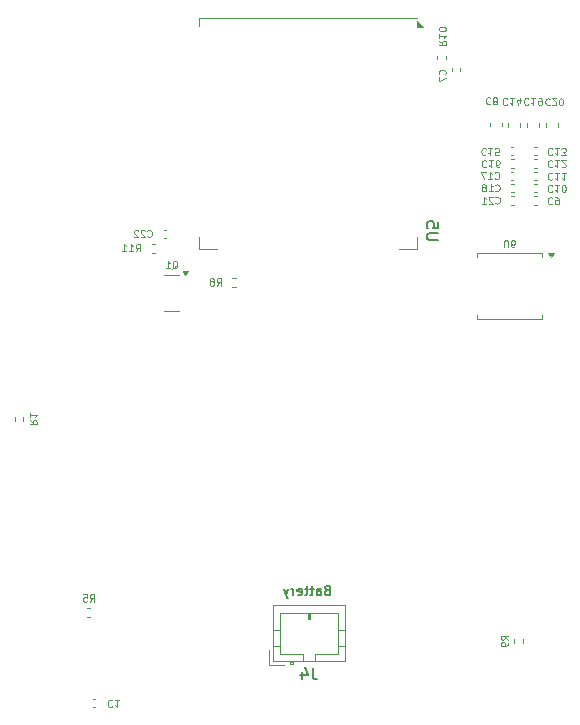
<source format=gbr>
%TF.GenerationSoftware,KiCad,Pcbnew,9.0.2*%
%TF.CreationDate,2025-06-14T23:39:35+05:30*%
%TF.ProjectId,ir hub,69722068-7562-42e6-9b69-6361645f7063,rev?*%
%TF.SameCoordinates,Original*%
%TF.FileFunction,Legend,Bot*%
%TF.FilePolarity,Positive*%
%FSLAX46Y46*%
G04 Gerber Fmt 4.6, Leading zero omitted, Abs format (unit mm)*
G04 Created by KiCad (PCBNEW 9.0.2) date 2025-06-14 23:39:35*
%MOMM*%
%LPD*%
G01*
G04 APERTURE LIST*
%ADD10C,0.160000*%
%ADD11C,0.070000*%
%ADD12C,0.150000*%
%ADD13C,0.120000*%
G04 APERTURE END LIST*
D10*
X155456103Y-99345995D02*
X155341817Y-99384090D01*
X155341817Y-99384090D02*
X155303722Y-99422186D01*
X155303722Y-99422186D02*
X155265626Y-99498376D01*
X155265626Y-99498376D02*
X155265626Y-99612662D01*
X155265626Y-99612662D02*
X155303722Y-99688852D01*
X155303722Y-99688852D02*
X155341817Y-99726948D01*
X155341817Y-99726948D02*
X155418007Y-99765043D01*
X155418007Y-99765043D02*
X155722769Y-99765043D01*
X155722769Y-99765043D02*
X155722769Y-98965043D01*
X155722769Y-98965043D02*
X155456103Y-98965043D01*
X155456103Y-98965043D02*
X155379912Y-99003138D01*
X155379912Y-99003138D02*
X155341817Y-99041233D01*
X155341817Y-99041233D02*
X155303722Y-99117424D01*
X155303722Y-99117424D02*
X155303722Y-99193614D01*
X155303722Y-99193614D02*
X155341817Y-99269805D01*
X155341817Y-99269805D02*
X155379912Y-99307900D01*
X155379912Y-99307900D02*
X155456103Y-99345995D01*
X155456103Y-99345995D02*
X155722769Y-99345995D01*
X154579912Y-99765043D02*
X154579912Y-99345995D01*
X154579912Y-99345995D02*
X154618007Y-99269805D01*
X154618007Y-99269805D02*
X154694198Y-99231709D01*
X154694198Y-99231709D02*
X154846579Y-99231709D01*
X154846579Y-99231709D02*
X154922769Y-99269805D01*
X154579912Y-99726948D02*
X154656103Y-99765043D01*
X154656103Y-99765043D02*
X154846579Y-99765043D01*
X154846579Y-99765043D02*
X154922769Y-99726948D01*
X154922769Y-99726948D02*
X154960865Y-99650757D01*
X154960865Y-99650757D02*
X154960865Y-99574567D01*
X154960865Y-99574567D02*
X154922769Y-99498376D01*
X154922769Y-99498376D02*
X154846579Y-99460281D01*
X154846579Y-99460281D02*
X154656103Y-99460281D01*
X154656103Y-99460281D02*
X154579912Y-99422186D01*
X154313245Y-99231709D02*
X154008483Y-99231709D01*
X154198959Y-98965043D02*
X154198959Y-99650757D01*
X154198959Y-99650757D02*
X154160864Y-99726948D01*
X154160864Y-99726948D02*
X154084674Y-99765043D01*
X154084674Y-99765043D02*
X154008483Y-99765043D01*
X153856102Y-99231709D02*
X153551340Y-99231709D01*
X153741816Y-98965043D02*
X153741816Y-99650757D01*
X153741816Y-99650757D02*
X153703721Y-99726948D01*
X153703721Y-99726948D02*
X153627531Y-99765043D01*
X153627531Y-99765043D02*
X153551340Y-99765043D01*
X152979911Y-99726948D02*
X153056102Y-99765043D01*
X153056102Y-99765043D02*
X153208483Y-99765043D01*
X153208483Y-99765043D02*
X153284673Y-99726948D01*
X153284673Y-99726948D02*
X153322769Y-99650757D01*
X153322769Y-99650757D02*
X153322769Y-99345995D01*
X153322769Y-99345995D02*
X153284673Y-99269805D01*
X153284673Y-99269805D02*
X153208483Y-99231709D01*
X153208483Y-99231709D02*
X153056102Y-99231709D01*
X153056102Y-99231709D02*
X152979911Y-99269805D01*
X152979911Y-99269805D02*
X152941816Y-99345995D01*
X152941816Y-99345995D02*
X152941816Y-99422186D01*
X152941816Y-99422186D02*
X153322769Y-99498376D01*
X152598959Y-99765043D02*
X152598959Y-99231709D01*
X152598959Y-99384090D02*
X152560864Y-99307900D01*
X152560864Y-99307900D02*
X152522769Y-99269805D01*
X152522769Y-99269805D02*
X152446578Y-99231709D01*
X152446578Y-99231709D02*
X152370388Y-99231709D01*
X152179912Y-99231709D02*
X151989436Y-99765043D01*
X151798959Y-99231709D02*
X151989436Y-99765043D01*
X151989436Y-99765043D02*
X152065626Y-99955519D01*
X152065626Y-99955519D02*
X152103721Y-99993614D01*
X152103721Y-99993614D02*
X152179912Y-100031709D01*
D11*
X146100412Y-73561325D02*
X146300412Y-73275611D01*
X146443269Y-73561325D02*
X146443269Y-72961325D01*
X146443269Y-72961325D02*
X146214698Y-72961325D01*
X146214698Y-72961325D02*
X146157555Y-72989896D01*
X146157555Y-72989896D02*
X146128984Y-73018468D01*
X146128984Y-73018468D02*
X146100412Y-73075611D01*
X146100412Y-73075611D02*
X146100412Y-73161325D01*
X146100412Y-73161325D02*
X146128984Y-73218468D01*
X146128984Y-73218468D02*
X146157555Y-73247039D01*
X146157555Y-73247039D02*
X146214698Y-73275611D01*
X146214698Y-73275611D02*
X146443269Y-73275611D01*
X145757555Y-73218468D02*
X145814698Y-73189896D01*
X145814698Y-73189896D02*
X145843269Y-73161325D01*
X145843269Y-73161325D02*
X145871841Y-73104182D01*
X145871841Y-73104182D02*
X145871841Y-73075611D01*
X145871841Y-73075611D02*
X145843269Y-73018468D01*
X145843269Y-73018468D02*
X145814698Y-72989896D01*
X145814698Y-72989896D02*
X145757555Y-72961325D01*
X145757555Y-72961325D02*
X145643269Y-72961325D01*
X145643269Y-72961325D02*
X145586127Y-72989896D01*
X145586127Y-72989896D02*
X145557555Y-73018468D01*
X145557555Y-73018468D02*
X145528984Y-73075611D01*
X145528984Y-73075611D02*
X145528984Y-73104182D01*
X145528984Y-73104182D02*
X145557555Y-73161325D01*
X145557555Y-73161325D02*
X145586127Y-73189896D01*
X145586127Y-73189896D02*
X145643269Y-73218468D01*
X145643269Y-73218468D02*
X145757555Y-73218468D01*
X145757555Y-73218468D02*
X145814698Y-73247039D01*
X145814698Y-73247039D02*
X145843269Y-73275611D01*
X145843269Y-73275611D02*
X145871841Y-73332754D01*
X145871841Y-73332754D02*
X145871841Y-73447039D01*
X145871841Y-73447039D02*
X145843269Y-73504182D01*
X145843269Y-73504182D02*
X145814698Y-73532754D01*
X145814698Y-73532754D02*
X145757555Y-73561325D01*
X145757555Y-73561325D02*
X145643269Y-73561325D01*
X145643269Y-73561325D02*
X145586127Y-73532754D01*
X145586127Y-73532754D02*
X145557555Y-73504182D01*
X145557555Y-73504182D02*
X145528984Y-73447039D01*
X145528984Y-73447039D02*
X145528984Y-73332754D01*
X145528984Y-73332754D02*
X145557555Y-73275611D01*
X145557555Y-73275611D02*
X145586127Y-73247039D01*
X145586127Y-73247039D02*
X145643269Y-73218468D01*
X139262435Y-70670031D02*
X139462435Y-70384317D01*
X139605292Y-70670031D02*
X139605292Y-70070031D01*
X139605292Y-70070031D02*
X139376721Y-70070031D01*
X139376721Y-70070031D02*
X139319578Y-70098602D01*
X139319578Y-70098602D02*
X139291007Y-70127174D01*
X139291007Y-70127174D02*
X139262435Y-70184317D01*
X139262435Y-70184317D02*
X139262435Y-70270031D01*
X139262435Y-70270031D02*
X139291007Y-70327174D01*
X139291007Y-70327174D02*
X139319578Y-70355745D01*
X139319578Y-70355745D02*
X139376721Y-70384317D01*
X139376721Y-70384317D02*
X139605292Y-70384317D01*
X138691007Y-70670031D02*
X139033864Y-70670031D01*
X138862435Y-70670031D02*
X138862435Y-70070031D01*
X138862435Y-70070031D02*
X138919578Y-70155745D01*
X138919578Y-70155745D02*
X138976721Y-70212888D01*
X138976721Y-70212888D02*
X139033864Y-70241460D01*
X138119578Y-70670031D02*
X138462435Y-70670031D01*
X138291006Y-70670031D02*
X138291006Y-70070031D01*
X138291006Y-70070031D02*
X138348149Y-70155745D01*
X138348149Y-70155745D02*
X138405292Y-70212888D01*
X138405292Y-70212888D02*
X138462435Y-70241460D01*
X174509151Y-66150811D02*
X174480579Y-66122240D01*
X174480579Y-66122240D02*
X174394865Y-66093668D01*
X174394865Y-66093668D02*
X174337722Y-66093668D01*
X174337722Y-66093668D02*
X174252008Y-66122240D01*
X174252008Y-66122240D02*
X174194865Y-66179382D01*
X174194865Y-66179382D02*
X174166294Y-66236525D01*
X174166294Y-66236525D02*
X174137722Y-66350811D01*
X174137722Y-66350811D02*
X174137722Y-66436525D01*
X174137722Y-66436525D02*
X174166294Y-66550811D01*
X174166294Y-66550811D02*
X174194865Y-66607954D01*
X174194865Y-66607954D02*
X174252008Y-66665097D01*
X174252008Y-66665097D02*
X174337722Y-66693668D01*
X174337722Y-66693668D02*
X174394865Y-66693668D01*
X174394865Y-66693668D02*
X174480579Y-66665097D01*
X174480579Y-66665097D02*
X174509151Y-66636525D01*
X174794865Y-66093668D02*
X174909151Y-66093668D01*
X174909151Y-66093668D02*
X174966294Y-66122240D01*
X174966294Y-66122240D02*
X174994865Y-66150811D01*
X174994865Y-66150811D02*
X175052008Y-66236525D01*
X175052008Y-66236525D02*
X175080579Y-66350811D01*
X175080579Y-66350811D02*
X175080579Y-66579382D01*
X175080579Y-66579382D02*
X175052008Y-66636525D01*
X175052008Y-66636525D02*
X175023437Y-66665097D01*
X175023437Y-66665097D02*
X174966294Y-66693668D01*
X174966294Y-66693668D02*
X174852008Y-66693668D01*
X174852008Y-66693668D02*
X174794865Y-66665097D01*
X174794865Y-66665097D02*
X174766294Y-66636525D01*
X174766294Y-66636525D02*
X174737722Y-66579382D01*
X174737722Y-66579382D02*
X174737722Y-66436525D01*
X174737722Y-66436525D02*
X174766294Y-66379382D01*
X174766294Y-66379382D02*
X174794865Y-66350811D01*
X174794865Y-66350811D02*
X174852008Y-66322240D01*
X174852008Y-66322240D02*
X174966294Y-66322240D01*
X174966294Y-66322240D02*
X175023437Y-66350811D01*
X175023437Y-66350811D02*
X175052008Y-66379382D01*
X175052008Y-66379382D02*
X175080579Y-66436525D01*
X137257327Y-108691827D02*
X137228755Y-108663256D01*
X137228755Y-108663256D02*
X137143041Y-108634684D01*
X137143041Y-108634684D02*
X137085898Y-108634684D01*
X137085898Y-108634684D02*
X137000184Y-108663256D01*
X137000184Y-108663256D02*
X136943041Y-108720398D01*
X136943041Y-108720398D02*
X136914470Y-108777541D01*
X136914470Y-108777541D02*
X136885898Y-108891827D01*
X136885898Y-108891827D02*
X136885898Y-108977541D01*
X136885898Y-108977541D02*
X136914470Y-109091827D01*
X136914470Y-109091827D02*
X136943041Y-109148970D01*
X136943041Y-109148970D02*
X137000184Y-109206113D01*
X137000184Y-109206113D02*
X137085898Y-109234684D01*
X137085898Y-109234684D02*
X137143041Y-109234684D01*
X137143041Y-109234684D02*
X137228755Y-109206113D01*
X137228755Y-109206113D02*
X137257327Y-109177541D01*
X137828755Y-108634684D02*
X137485898Y-108634684D01*
X137657327Y-108634684D02*
X137657327Y-109234684D01*
X137657327Y-109234684D02*
X137600184Y-109148970D01*
X137600184Y-109148970D02*
X137543041Y-109091827D01*
X137543041Y-109091827D02*
X137485898Y-109063256D01*
X142360042Y-72124974D02*
X142417185Y-72096402D01*
X142417185Y-72096402D02*
X142474328Y-72039260D01*
X142474328Y-72039260D02*
X142560042Y-71953545D01*
X142560042Y-71953545D02*
X142617185Y-71924974D01*
X142617185Y-71924974D02*
X142674328Y-71924974D01*
X142645757Y-72067831D02*
X142702900Y-72039260D01*
X142702900Y-72039260D02*
X142760042Y-71982117D01*
X142760042Y-71982117D02*
X142788614Y-71867831D01*
X142788614Y-71867831D02*
X142788614Y-71667831D01*
X142788614Y-71667831D02*
X142760042Y-71553545D01*
X142760042Y-71553545D02*
X142702900Y-71496402D01*
X142702900Y-71496402D02*
X142645757Y-71467831D01*
X142645757Y-71467831D02*
X142531471Y-71467831D01*
X142531471Y-71467831D02*
X142474328Y-71496402D01*
X142474328Y-71496402D02*
X142417185Y-71553545D01*
X142417185Y-71553545D02*
X142388614Y-71667831D01*
X142388614Y-71667831D02*
X142388614Y-71867831D01*
X142388614Y-71867831D02*
X142417185Y-71982117D01*
X142417185Y-71982117D02*
X142474328Y-72039260D01*
X142474328Y-72039260D02*
X142531471Y-72067831D01*
X142531471Y-72067831D02*
X142645757Y-72067831D01*
X141817186Y-72067831D02*
X142160043Y-72067831D01*
X141988614Y-72067831D02*
X141988614Y-71467831D01*
X141988614Y-71467831D02*
X142045757Y-71553545D01*
X142045757Y-71553545D02*
X142102900Y-71610688D01*
X142102900Y-71610688D02*
X142160043Y-71639260D01*
X174297581Y-57770257D02*
X174269009Y-57741686D01*
X174269009Y-57741686D02*
X174183295Y-57713114D01*
X174183295Y-57713114D02*
X174126152Y-57713114D01*
X174126152Y-57713114D02*
X174040438Y-57741686D01*
X174040438Y-57741686D02*
X173983295Y-57798828D01*
X173983295Y-57798828D02*
X173954724Y-57855971D01*
X173954724Y-57855971D02*
X173926152Y-57970257D01*
X173926152Y-57970257D02*
X173926152Y-58055971D01*
X173926152Y-58055971D02*
X173954724Y-58170257D01*
X173954724Y-58170257D02*
X173983295Y-58227400D01*
X173983295Y-58227400D02*
X174040438Y-58284543D01*
X174040438Y-58284543D02*
X174126152Y-58313114D01*
X174126152Y-58313114D02*
X174183295Y-58313114D01*
X174183295Y-58313114D02*
X174269009Y-58284543D01*
X174269009Y-58284543D02*
X174297581Y-58255971D01*
X174526152Y-58255971D02*
X174554724Y-58284543D01*
X174554724Y-58284543D02*
X174611867Y-58313114D01*
X174611867Y-58313114D02*
X174754724Y-58313114D01*
X174754724Y-58313114D02*
X174811867Y-58284543D01*
X174811867Y-58284543D02*
X174840438Y-58255971D01*
X174840438Y-58255971D02*
X174869009Y-58198828D01*
X174869009Y-58198828D02*
X174869009Y-58141686D01*
X174869009Y-58141686D02*
X174840438Y-58055971D01*
X174840438Y-58055971D02*
X174497581Y-57713114D01*
X174497581Y-57713114D02*
X174869009Y-57713114D01*
X175240438Y-58313114D02*
X175297581Y-58313114D01*
X175297581Y-58313114D02*
X175354724Y-58284543D01*
X175354724Y-58284543D02*
X175383296Y-58255971D01*
X175383296Y-58255971D02*
X175411867Y-58198828D01*
X175411867Y-58198828D02*
X175440438Y-58084543D01*
X175440438Y-58084543D02*
X175440438Y-57941686D01*
X175440438Y-57941686D02*
X175411867Y-57827400D01*
X175411867Y-57827400D02*
X175383296Y-57770257D01*
X175383296Y-57770257D02*
X175354724Y-57741686D01*
X175354724Y-57741686D02*
X175297581Y-57713114D01*
X175297581Y-57713114D02*
X175240438Y-57713114D01*
X175240438Y-57713114D02*
X175183296Y-57741686D01*
X175183296Y-57741686D02*
X175154724Y-57770257D01*
X175154724Y-57770257D02*
X175126153Y-57827400D01*
X175126153Y-57827400D02*
X175097581Y-57941686D01*
X175097581Y-57941686D02*
X175097581Y-58084543D01*
X175097581Y-58084543D02*
X175126153Y-58198828D01*
X175126153Y-58198828D02*
X175154724Y-58255971D01*
X175154724Y-58255971D02*
X175183296Y-58284543D01*
X175183296Y-58284543D02*
X175240438Y-58313114D01*
X135371299Y-100318231D02*
X135571299Y-100032517D01*
X135714156Y-100318231D02*
X135714156Y-99718231D01*
X135714156Y-99718231D02*
X135485585Y-99718231D01*
X135485585Y-99718231D02*
X135428442Y-99746802D01*
X135428442Y-99746802D02*
X135399871Y-99775374D01*
X135399871Y-99775374D02*
X135371299Y-99832517D01*
X135371299Y-99832517D02*
X135371299Y-99918231D01*
X135371299Y-99918231D02*
X135399871Y-99975374D01*
X135399871Y-99975374D02*
X135428442Y-100003945D01*
X135428442Y-100003945D02*
X135485585Y-100032517D01*
X135485585Y-100032517D02*
X135714156Y-100032517D01*
X134828442Y-99718231D02*
X135114156Y-99718231D01*
X135114156Y-99718231D02*
X135142728Y-100003945D01*
X135142728Y-100003945D02*
X135114156Y-99975374D01*
X135114156Y-99975374D02*
X135057014Y-99946802D01*
X135057014Y-99946802D02*
X134914156Y-99946802D01*
X134914156Y-99946802D02*
X134857014Y-99975374D01*
X134857014Y-99975374D02*
X134828442Y-100003945D01*
X134828442Y-100003945D02*
X134799871Y-100061088D01*
X134799871Y-100061088D02*
X134799871Y-100203945D01*
X134799871Y-100203945D02*
X134828442Y-100261088D01*
X134828442Y-100261088D02*
X134857014Y-100289660D01*
X134857014Y-100289660D02*
X134914156Y-100318231D01*
X134914156Y-100318231D02*
X135057014Y-100318231D01*
X135057014Y-100318231D02*
X135114156Y-100289660D01*
X135114156Y-100289660D02*
X135142728Y-100261088D01*
X164918425Y-52822732D02*
X165204139Y-53022732D01*
X164918425Y-53165589D02*
X165518425Y-53165589D01*
X165518425Y-53165589D02*
X165518425Y-52937018D01*
X165518425Y-52937018D02*
X165489854Y-52879875D01*
X165489854Y-52879875D02*
X165461282Y-52851304D01*
X165461282Y-52851304D02*
X165404139Y-52822732D01*
X165404139Y-52822732D02*
X165318425Y-52822732D01*
X165318425Y-52822732D02*
X165261282Y-52851304D01*
X165261282Y-52851304D02*
X165232711Y-52879875D01*
X165232711Y-52879875D02*
X165204139Y-52937018D01*
X165204139Y-52937018D02*
X165204139Y-53165589D01*
X164918425Y-52251304D02*
X164918425Y-52594161D01*
X164918425Y-52422732D02*
X165518425Y-52422732D01*
X165518425Y-52422732D02*
X165432711Y-52479875D01*
X165432711Y-52479875D02*
X165375568Y-52537018D01*
X165375568Y-52537018D02*
X165346997Y-52594161D01*
X165518425Y-51879875D02*
X165518425Y-51822732D01*
X165518425Y-51822732D02*
X165489854Y-51765589D01*
X165489854Y-51765589D02*
X165461282Y-51737018D01*
X165461282Y-51737018D02*
X165404139Y-51708446D01*
X165404139Y-51708446D02*
X165289854Y-51679875D01*
X165289854Y-51679875D02*
X165146997Y-51679875D01*
X165146997Y-51679875D02*
X165032711Y-51708446D01*
X165032711Y-51708446D02*
X164975568Y-51737018D01*
X164975568Y-51737018D02*
X164946997Y-51765589D01*
X164946997Y-51765589D02*
X164918425Y-51822732D01*
X164918425Y-51822732D02*
X164918425Y-51879875D01*
X164918425Y-51879875D02*
X164946997Y-51937018D01*
X164946997Y-51937018D02*
X164975568Y-51965589D01*
X164975568Y-51965589D02*
X165032711Y-51994160D01*
X165032711Y-51994160D02*
X165146997Y-52022732D01*
X165146997Y-52022732D02*
X165289854Y-52022732D01*
X165289854Y-52022732D02*
X165404139Y-51994160D01*
X165404139Y-51994160D02*
X165461282Y-51965589D01*
X165461282Y-51965589D02*
X165489854Y-51937018D01*
X165489854Y-51937018D02*
X165518425Y-51879875D01*
X140249501Y-69403616D02*
X140278073Y-69432188D01*
X140278073Y-69432188D02*
X140363787Y-69460759D01*
X140363787Y-69460759D02*
X140420930Y-69460759D01*
X140420930Y-69460759D02*
X140506644Y-69432188D01*
X140506644Y-69432188D02*
X140563787Y-69375045D01*
X140563787Y-69375045D02*
X140592358Y-69317902D01*
X140592358Y-69317902D02*
X140620930Y-69203616D01*
X140620930Y-69203616D02*
X140620930Y-69117902D01*
X140620930Y-69117902D02*
X140592358Y-69003616D01*
X140592358Y-69003616D02*
X140563787Y-68946473D01*
X140563787Y-68946473D02*
X140506644Y-68889330D01*
X140506644Y-68889330D02*
X140420930Y-68860759D01*
X140420930Y-68860759D02*
X140363787Y-68860759D01*
X140363787Y-68860759D02*
X140278073Y-68889330D01*
X140278073Y-68889330D02*
X140249501Y-68917902D01*
X140020930Y-68917902D02*
X139992358Y-68889330D01*
X139992358Y-68889330D02*
X139935216Y-68860759D01*
X139935216Y-68860759D02*
X139792358Y-68860759D01*
X139792358Y-68860759D02*
X139735216Y-68889330D01*
X139735216Y-68889330D02*
X139706644Y-68917902D01*
X139706644Y-68917902D02*
X139678073Y-68975045D01*
X139678073Y-68975045D02*
X139678073Y-69032188D01*
X139678073Y-69032188D02*
X139706644Y-69117902D01*
X139706644Y-69117902D02*
X140049501Y-69460759D01*
X140049501Y-69460759D02*
X139678073Y-69460759D01*
X139449501Y-68917902D02*
X139420929Y-68889330D01*
X139420929Y-68889330D02*
X139363787Y-68860759D01*
X139363787Y-68860759D02*
X139220929Y-68860759D01*
X139220929Y-68860759D02*
X139163787Y-68889330D01*
X139163787Y-68889330D02*
X139135215Y-68917902D01*
X139135215Y-68917902D02*
X139106644Y-68975045D01*
X139106644Y-68975045D02*
X139106644Y-69032188D01*
X139106644Y-69032188D02*
X139135215Y-69117902D01*
X139135215Y-69117902D02*
X139478072Y-69460759D01*
X139478072Y-69460759D02*
X139106644Y-69460759D01*
X169713354Y-66583688D02*
X169741926Y-66612260D01*
X169741926Y-66612260D02*
X169827640Y-66640831D01*
X169827640Y-66640831D02*
X169884783Y-66640831D01*
X169884783Y-66640831D02*
X169970497Y-66612260D01*
X169970497Y-66612260D02*
X170027640Y-66555117D01*
X170027640Y-66555117D02*
X170056211Y-66497974D01*
X170056211Y-66497974D02*
X170084783Y-66383688D01*
X170084783Y-66383688D02*
X170084783Y-66297974D01*
X170084783Y-66297974D02*
X170056211Y-66183688D01*
X170056211Y-66183688D02*
X170027640Y-66126545D01*
X170027640Y-66126545D02*
X169970497Y-66069402D01*
X169970497Y-66069402D02*
X169884783Y-66040831D01*
X169884783Y-66040831D02*
X169827640Y-66040831D01*
X169827640Y-66040831D02*
X169741926Y-66069402D01*
X169741926Y-66069402D02*
X169713354Y-66097974D01*
X169484783Y-66097974D02*
X169456211Y-66069402D01*
X169456211Y-66069402D02*
X169399069Y-66040831D01*
X169399069Y-66040831D02*
X169256211Y-66040831D01*
X169256211Y-66040831D02*
X169199069Y-66069402D01*
X169199069Y-66069402D02*
X169170497Y-66097974D01*
X169170497Y-66097974D02*
X169141926Y-66155117D01*
X169141926Y-66155117D02*
X169141926Y-66212260D01*
X169141926Y-66212260D02*
X169170497Y-66297974D01*
X169170497Y-66297974D02*
X169513354Y-66640831D01*
X169513354Y-66640831D02*
X169141926Y-66640831D01*
X168570497Y-66640831D02*
X168913354Y-66640831D01*
X168741925Y-66640831D02*
X168741925Y-66040831D01*
X168741925Y-66040831D02*
X168799068Y-66126545D01*
X168799068Y-66126545D02*
X168856211Y-66183688D01*
X168856211Y-66183688D02*
X168913354Y-66212260D01*
X168920752Y-63009711D02*
X168892180Y-62981140D01*
X168892180Y-62981140D02*
X168806466Y-62952568D01*
X168806466Y-62952568D02*
X168749323Y-62952568D01*
X168749323Y-62952568D02*
X168663609Y-62981140D01*
X168663609Y-62981140D02*
X168606466Y-63038282D01*
X168606466Y-63038282D02*
X168577895Y-63095425D01*
X168577895Y-63095425D02*
X168549323Y-63209711D01*
X168549323Y-63209711D02*
X168549323Y-63295425D01*
X168549323Y-63295425D02*
X168577895Y-63409711D01*
X168577895Y-63409711D02*
X168606466Y-63466854D01*
X168606466Y-63466854D02*
X168663609Y-63523997D01*
X168663609Y-63523997D02*
X168749323Y-63552568D01*
X168749323Y-63552568D02*
X168806466Y-63552568D01*
X168806466Y-63552568D02*
X168892180Y-63523997D01*
X168892180Y-63523997D02*
X168920752Y-63495425D01*
X169492180Y-62952568D02*
X169149323Y-62952568D01*
X169320752Y-62952568D02*
X169320752Y-63552568D01*
X169320752Y-63552568D02*
X169263609Y-63466854D01*
X169263609Y-63466854D02*
X169206466Y-63409711D01*
X169206466Y-63409711D02*
X169149323Y-63381140D01*
X170006467Y-63552568D02*
X169892181Y-63552568D01*
X169892181Y-63552568D02*
X169835038Y-63523997D01*
X169835038Y-63523997D02*
X169806467Y-63495425D01*
X169806467Y-63495425D02*
X169749324Y-63409711D01*
X169749324Y-63409711D02*
X169720752Y-63295425D01*
X169720752Y-63295425D02*
X169720752Y-63066854D01*
X169720752Y-63066854D02*
X169749324Y-63009711D01*
X169749324Y-63009711D02*
X169777895Y-62981140D01*
X169777895Y-62981140D02*
X169835038Y-62952568D01*
X169835038Y-62952568D02*
X169949324Y-62952568D01*
X169949324Y-62952568D02*
X170006467Y-62981140D01*
X170006467Y-62981140D02*
X170035038Y-63009711D01*
X170035038Y-63009711D02*
X170063609Y-63066854D01*
X170063609Y-63066854D02*
X170063609Y-63209711D01*
X170063609Y-63209711D02*
X170035038Y-63266854D01*
X170035038Y-63266854D02*
X170006467Y-63295425D01*
X170006467Y-63295425D02*
X169949324Y-63323997D01*
X169949324Y-63323997D02*
X169835038Y-63323997D01*
X169835038Y-63323997D02*
X169777895Y-63295425D01*
X169777895Y-63295425D02*
X169749324Y-63266854D01*
X169749324Y-63266854D02*
X169720752Y-63209711D01*
X174509613Y-64055111D02*
X174481041Y-64026540D01*
X174481041Y-64026540D02*
X174395327Y-63997968D01*
X174395327Y-63997968D02*
X174338184Y-63997968D01*
X174338184Y-63997968D02*
X174252470Y-64026540D01*
X174252470Y-64026540D02*
X174195327Y-64083682D01*
X174195327Y-64083682D02*
X174166756Y-64140825D01*
X174166756Y-64140825D02*
X174138184Y-64255111D01*
X174138184Y-64255111D02*
X174138184Y-64340825D01*
X174138184Y-64340825D02*
X174166756Y-64455111D01*
X174166756Y-64455111D02*
X174195327Y-64512254D01*
X174195327Y-64512254D02*
X174252470Y-64569397D01*
X174252470Y-64569397D02*
X174338184Y-64597968D01*
X174338184Y-64597968D02*
X174395327Y-64597968D01*
X174395327Y-64597968D02*
X174481041Y-64569397D01*
X174481041Y-64569397D02*
X174509613Y-64540825D01*
X175081041Y-63997968D02*
X174738184Y-63997968D01*
X174909613Y-63997968D02*
X174909613Y-64597968D01*
X174909613Y-64597968D02*
X174852470Y-64512254D01*
X174852470Y-64512254D02*
X174795327Y-64455111D01*
X174795327Y-64455111D02*
X174738184Y-64426540D01*
X175652470Y-63997968D02*
X175309613Y-63997968D01*
X175481042Y-63997968D02*
X175481042Y-64597968D01*
X175481042Y-64597968D02*
X175423899Y-64512254D01*
X175423899Y-64512254D02*
X175366756Y-64455111D01*
X175366756Y-64455111D02*
X175309613Y-64426540D01*
X170771531Y-103534800D02*
X170485817Y-103334800D01*
X170771531Y-103191943D02*
X170171531Y-103191943D01*
X170171531Y-103191943D02*
X170171531Y-103420514D01*
X170171531Y-103420514D02*
X170200102Y-103477657D01*
X170200102Y-103477657D02*
X170228674Y-103506228D01*
X170228674Y-103506228D02*
X170285817Y-103534800D01*
X170285817Y-103534800D02*
X170371531Y-103534800D01*
X170371531Y-103534800D02*
X170428674Y-103506228D01*
X170428674Y-103506228D02*
X170457245Y-103477657D01*
X170457245Y-103477657D02*
X170485817Y-103420514D01*
X170485817Y-103420514D02*
X170485817Y-103191943D01*
X170771531Y-103820514D02*
X170771531Y-103934800D01*
X170771531Y-103934800D02*
X170742960Y-103991943D01*
X170742960Y-103991943D02*
X170714388Y-104020514D01*
X170714388Y-104020514D02*
X170628674Y-104077657D01*
X170628674Y-104077657D02*
X170514388Y-104106228D01*
X170514388Y-104106228D02*
X170285817Y-104106228D01*
X170285817Y-104106228D02*
X170228674Y-104077657D01*
X170228674Y-104077657D02*
X170200102Y-104049086D01*
X170200102Y-104049086D02*
X170171531Y-103991943D01*
X170171531Y-103991943D02*
X170171531Y-103877657D01*
X170171531Y-103877657D02*
X170200102Y-103820514D01*
X170200102Y-103820514D02*
X170228674Y-103791943D01*
X170228674Y-103791943D02*
X170285817Y-103763371D01*
X170285817Y-103763371D02*
X170428674Y-103763371D01*
X170428674Y-103763371D02*
X170485817Y-103791943D01*
X170485817Y-103791943D02*
X170514388Y-103820514D01*
X170514388Y-103820514D02*
X170542960Y-103877657D01*
X170542960Y-103877657D02*
X170542960Y-103991943D01*
X170542960Y-103991943D02*
X170514388Y-104049086D01*
X170514388Y-104049086D02*
X170485817Y-104077657D01*
X170485817Y-104077657D02*
X170428674Y-104106228D01*
X174509425Y-61959311D02*
X174480853Y-61930740D01*
X174480853Y-61930740D02*
X174395139Y-61902168D01*
X174395139Y-61902168D02*
X174337996Y-61902168D01*
X174337996Y-61902168D02*
X174252282Y-61930740D01*
X174252282Y-61930740D02*
X174195139Y-61987882D01*
X174195139Y-61987882D02*
X174166568Y-62045025D01*
X174166568Y-62045025D02*
X174137996Y-62159311D01*
X174137996Y-62159311D02*
X174137996Y-62245025D01*
X174137996Y-62245025D02*
X174166568Y-62359311D01*
X174166568Y-62359311D02*
X174195139Y-62416454D01*
X174195139Y-62416454D02*
X174252282Y-62473597D01*
X174252282Y-62473597D02*
X174337996Y-62502168D01*
X174337996Y-62502168D02*
X174395139Y-62502168D01*
X174395139Y-62502168D02*
X174480853Y-62473597D01*
X174480853Y-62473597D02*
X174509425Y-62445025D01*
X175080853Y-61902168D02*
X174737996Y-61902168D01*
X174909425Y-61902168D02*
X174909425Y-62502168D01*
X174909425Y-62502168D02*
X174852282Y-62416454D01*
X174852282Y-62416454D02*
X174795139Y-62359311D01*
X174795139Y-62359311D02*
X174737996Y-62330740D01*
X175280854Y-62502168D02*
X175652282Y-62502168D01*
X175652282Y-62502168D02*
X175452282Y-62273597D01*
X175452282Y-62273597D02*
X175537997Y-62273597D01*
X175537997Y-62273597D02*
X175595140Y-62245025D01*
X175595140Y-62245025D02*
X175623711Y-62216454D01*
X175623711Y-62216454D02*
X175652282Y-62159311D01*
X175652282Y-62159311D02*
X175652282Y-62016454D01*
X175652282Y-62016454D02*
X175623711Y-61959311D01*
X175623711Y-61959311D02*
X175595140Y-61930740D01*
X175595140Y-61930740D02*
X175537997Y-61902168D01*
X175537997Y-61902168D02*
X175366568Y-61902168D01*
X175366568Y-61902168D02*
X175309425Y-61930740D01*
X175309425Y-61930740D02*
X175280854Y-61959311D01*
X169675651Y-64487040D02*
X169704223Y-64515612D01*
X169704223Y-64515612D02*
X169789937Y-64544183D01*
X169789937Y-64544183D02*
X169847080Y-64544183D01*
X169847080Y-64544183D02*
X169932794Y-64515612D01*
X169932794Y-64515612D02*
X169989937Y-64458469D01*
X169989937Y-64458469D02*
X170018508Y-64401326D01*
X170018508Y-64401326D02*
X170047080Y-64287040D01*
X170047080Y-64287040D02*
X170047080Y-64201326D01*
X170047080Y-64201326D02*
X170018508Y-64087040D01*
X170018508Y-64087040D02*
X169989937Y-64029897D01*
X169989937Y-64029897D02*
X169932794Y-63972754D01*
X169932794Y-63972754D02*
X169847080Y-63944183D01*
X169847080Y-63944183D02*
X169789937Y-63944183D01*
X169789937Y-63944183D02*
X169704223Y-63972754D01*
X169704223Y-63972754D02*
X169675651Y-64001326D01*
X169104223Y-64544183D02*
X169447080Y-64544183D01*
X169275651Y-64544183D02*
X169275651Y-63944183D01*
X169275651Y-63944183D02*
X169332794Y-64029897D01*
X169332794Y-64029897D02*
X169389937Y-64087040D01*
X169389937Y-64087040D02*
X169447080Y-64115612D01*
X168904222Y-63944183D02*
X168504222Y-63944183D01*
X168504222Y-63944183D02*
X168761365Y-64544183D01*
X168883458Y-61964411D02*
X168854886Y-61935840D01*
X168854886Y-61935840D02*
X168769172Y-61907268D01*
X168769172Y-61907268D02*
X168712029Y-61907268D01*
X168712029Y-61907268D02*
X168626315Y-61935840D01*
X168626315Y-61935840D02*
X168569172Y-61992982D01*
X168569172Y-61992982D02*
X168540601Y-62050125D01*
X168540601Y-62050125D02*
X168512029Y-62164411D01*
X168512029Y-62164411D02*
X168512029Y-62250125D01*
X168512029Y-62250125D02*
X168540601Y-62364411D01*
X168540601Y-62364411D02*
X168569172Y-62421554D01*
X168569172Y-62421554D02*
X168626315Y-62478697D01*
X168626315Y-62478697D02*
X168712029Y-62507268D01*
X168712029Y-62507268D02*
X168769172Y-62507268D01*
X168769172Y-62507268D02*
X168854886Y-62478697D01*
X168854886Y-62478697D02*
X168883458Y-62450125D01*
X169454886Y-61907268D02*
X169112029Y-61907268D01*
X169283458Y-61907268D02*
X169283458Y-62507268D01*
X169283458Y-62507268D02*
X169226315Y-62421554D01*
X169226315Y-62421554D02*
X169169172Y-62364411D01*
X169169172Y-62364411D02*
X169112029Y-62335840D01*
X169997744Y-62507268D02*
X169712030Y-62507268D01*
X169712030Y-62507268D02*
X169683458Y-62221554D01*
X169683458Y-62221554D02*
X169712030Y-62250125D01*
X169712030Y-62250125D02*
X169769173Y-62278697D01*
X169769173Y-62278697D02*
X169912030Y-62278697D01*
X169912030Y-62278697D02*
X169969173Y-62250125D01*
X169969173Y-62250125D02*
X169997744Y-62221554D01*
X169997744Y-62221554D02*
X170026315Y-62164411D01*
X170026315Y-62164411D02*
X170026315Y-62021554D01*
X170026315Y-62021554D02*
X169997744Y-61964411D01*
X169997744Y-61964411D02*
X169969173Y-61935840D01*
X169969173Y-61935840D02*
X169912030Y-61907268D01*
X169912030Y-61907268D02*
X169769173Y-61907268D01*
X169769173Y-61907268D02*
X169712030Y-61935840D01*
X169712030Y-61935840D02*
X169683458Y-61964411D01*
X165445375Y-55682450D02*
X165473947Y-55653878D01*
X165473947Y-55653878D02*
X165502518Y-55568164D01*
X165502518Y-55568164D02*
X165502518Y-55511021D01*
X165502518Y-55511021D02*
X165473947Y-55425307D01*
X165473947Y-55425307D02*
X165416804Y-55368164D01*
X165416804Y-55368164D02*
X165359661Y-55339593D01*
X165359661Y-55339593D02*
X165245375Y-55311021D01*
X165245375Y-55311021D02*
X165159661Y-55311021D01*
X165159661Y-55311021D02*
X165045375Y-55339593D01*
X165045375Y-55339593D02*
X164988232Y-55368164D01*
X164988232Y-55368164D02*
X164931089Y-55425307D01*
X164931089Y-55425307D02*
X164902518Y-55511021D01*
X164902518Y-55511021D02*
X164902518Y-55568164D01*
X164902518Y-55568164D02*
X164931089Y-55653878D01*
X164931089Y-55653878D02*
X164959661Y-55682450D01*
X164902518Y-55882450D02*
X164902518Y-56282450D01*
X164902518Y-56282450D02*
X165502518Y-56025307D01*
X174509425Y-63007211D02*
X174480853Y-62978640D01*
X174480853Y-62978640D02*
X174395139Y-62950068D01*
X174395139Y-62950068D02*
X174337996Y-62950068D01*
X174337996Y-62950068D02*
X174252282Y-62978640D01*
X174252282Y-62978640D02*
X174195139Y-63035782D01*
X174195139Y-63035782D02*
X174166568Y-63092925D01*
X174166568Y-63092925D02*
X174137996Y-63207211D01*
X174137996Y-63207211D02*
X174137996Y-63292925D01*
X174137996Y-63292925D02*
X174166568Y-63407211D01*
X174166568Y-63407211D02*
X174195139Y-63464354D01*
X174195139Y-63464354D02*
X174252282Y-63521497D01*
X174252282Y-63521497D02*
X174337996Y-63550068D01*
X174337996Y-63550068D02*
X174395139Y-63550068D01*
X174395139Y-63550068D02*
X174480853Y-63521497D01*
X174480853Y-63521497D02*
X174509425Y-63492925D01*
X175080853Y-62950068D02*
X174737996Y-62950068D01*
X174909425Y-62950068D02*
X174909425Y-63550068D01*
X174909425Y-63550068D02*
X174852282Y-63464354D01*
X174852282Y-63464354D02*
X174795139Y-63407211D01*
X174795139Y-63407211D02*
X174737996Y-63378640D01*
X175309425Y-63492925D02*
X175337997Y-63521497D01*
X175337997Y-63521497D02*
X175395140Y-63550068D01*
X175395140Y-63550068D02*
X175537997Y-63550068D01*
X175537997Y-63550068D02*
X175595140Y-63521497D01*
X175595140Y-63521497D02*
X175623711Y-63492925D01*
X175623711Y-63492925D02*
X175652282Y-63435782D01*
X175652282Y-63435782D02*
X175652282Y-63378640D01*
X175652282Y-63378640D02*
X175623711Y-63292925D01*
X175623711Y-63292925D02*
X175280854Y-62950068D01*
X175280854Y-62950068D02*
X175652282Y-62950068D01*
X169282898Y-57688024D02*
X169254326Y-57659453D01*
X169254326Y-57659453D02*
X169168612Y-57630881D01*
X169168612Y-57630881D02*
X169111469Y-57630881D01*
X169111469Y-57630881D02*
X169025755Y-57659453D01*
X169025755Y-57659453D02*
X168968612Y-57716595D01*
X168968612Y-57716595D02*
X168940041Y-57773738D01*
X168940041Y-57773738D02*
X168911469Y-57888024D01*
X168911469Y-57888024D02*
X168911469Y-57973738D01*
X168911469Y-57973738D02*
X168940041Y-58088024D01*
X168940041Y-58088024D02*
X168968612Y-58145167D01*
X168968612Y-58145167D02*
X169025755Y-58202310D01*
X169025755Y-58202310D02*
X169111469Y-58230881D01*
X169111469Y-58230881D02*
X169168612Y-58230881D01*
X169168612Y-58230881D02*
X169254326Y-58202310D01*
X169254326Y-58202310D02*
X169282898Y-58173738D01*
X169625755Y-57973738D02*
X169568612Y-58002310D01*
X169568612Y-58002310D02*
X169540041Y-58030881D01*
X169540041Y-58030881D02*
X169511469Y-58088024D01*
X169511469Y-58088024D02*
X169511469Y-58116595D01*
X169511469Y-58116595D02*
X169540041Y-58173738D01*
X169540041Y-58173738D02*
X169568612Y-58202310D01*
X169568612Y-58202310D02*
X169625755Y-58230881D01*
X169625755Y-58230881D02*
X169740041Y-58230881D01*
X169740041Y-58230881D02*
X169797184Y-58202310D01*
X169797184Y-58202310D02*
X169825755Y-58173738D01*
X169825755Y-58173738D02*
X169854326Y-58116595D01*
X169854326Y-58116595D02*
X169854326Y-58088024D01*
X169854326Y-58088024D02*
X169825755Y-58030881D01*
X169825755Y-58030881D02*
X169797184Y-58002310D01*
X169797184Y-58002310D02*
X169740041Y-57973738D01*
X169740041Y-57973738D02*
X169625755Y-57973738D01*
X169625755Y-57973738D02*
X169568612Y-57945167D01*
X169568612Y-57945167D02*
X169540041Y-57916595D01*
X169540041Y-57916595D02*
X169511469Y-57859453D01*
X169511469Y-57859453D02*
X169511469Y-57745167D01*
X169511469Y-57745167D02*
X169540041Y-57688024D01*
X169540041Y-57688024D02*
X169568612Y-57659453D01*
X169568612Y-57659453D02*
X169625755Y-57630881D01*
X169625755Y-57630881D02*
X169740041Y-57630881D01*
X169740041Y-57630881D02*
X169797184Y-57659453D01*
X169797184Y-57659453D02*
X169825755Y-57688024D01*
X169825755Y-57688024D02*
X169854326Y-57745167D01*
X169854326Y-57745167D02*
X169854326Y-57859453D01*
X169854326Y-57859453D02*
X169825755Y-57916595D01*
X169825755Y-57916595D02*
X169797184Y-57945167D01*
X169797184Y-57945167D02*
X169740041Y-57973738D01*
D12*
X164890280Y-69697304D02*
X164080757Y-69697304D01*
X164080757Y-69697304D02*
X163985519Y-69649685D01*
X163985519Y-69649685D02*
X163937900Y-69602066D01*
X163937900Y-69602066D02*
X163890280Y-69506828D01*
X163890280Y-69506828D02*
X163890280Y-69316352D01*
X163890280Y-69316352D02*
X163937900Y-69221114D01*
X163937900Y-69221114D02*
X163985519Y-69173495D01*
X163985519Y-69173495D02*
X164080757Y-69125876D01*
X164080757Y-69125876D02*
X164890280Y-69125876D01*
X164890280Y-68173495D02*
X164890280Y-68649685D01*
X164890280Y-68649685D02*
X164414090Y-68697304D01*
X164414090Y-68697304D02*
X164461709Y-68649685D01*
X164461709Y-68649685D02*
X164509328Y-68554447D01*
X164509328Y-68554447D02*
X164509328Y-68316352D01*
X164509328Y-68316352D02*
X164461709Y-68221114D01*
X164461709Y-68221114D02*
X164414090Y-68173495D01*
X164414090Y-68173495D02*
X164318852Y-68125876D01*
X164318852Y-68125876D02*
X164080757Y-68125876D01*
X164080757Y-68125876D02*
X163985519Y-68173495D01*
X163985519Y-68173495D02*
X163937900Y-68221114D01*
X163937900Y-68221114D02*
X163890280Y-68316352D01*
X163890280Y-68316352D02*
X163890280Y-68554447D01*
X163890280Y-68554447D02*
X163937900Y-68649685D01*
X163937900Y-68649685D02*
X163985519Y-68697304D01*
D11*
X172510219Y-57729169D02*
X172481647Y-57700598D01*
X172481647Y-57700598D02*
X172395933Y-57672026D01*
X172395933Y-57672026D02*
X172338790Y-57672026D01*
X172338790Y-57672026D02*
X172253076Y-57700598D01*
X172253076Y-57700598D02*
X172195933Y-57757740D01*
X172195933Y-57757740D02*
X172167362Y-57814883D01*
X172167362Y-57814883D02*
X172138790Y-57929169D01*
X172138790Y-57929169D02*
X172138790Y-58014883D01*
X172138790Y-58014883D02*
X172167362Y-58129169D01*
X172167362Y-58129169D02*
X172195933Y-58186312D01*
X172195933Y-58186312D02*
X172253076Y-58243455D01*
X172253076Y-58243455D02*
X172338790Y-58272026D01*
X172338790Y-58272026D02*
X172395933Y-58272026D01*
X172395933Y-58272026D02*
X172481647Y-58243455D01*
X172481647Y-58243455D02*
X172510219Y-58214883D01*
X173081647Y-57672026D02*
X172738790Y-57672026D01*
X172910219Y-57672026D02*
X172910219Y-58272026D01*
X172910219Y-58272026D02*
X172853076Y-58186312D01*
X172853076Y-58186312D02*
X172795933Y-58129169D01*
X172795933Y-58129169D02*
X172738790Y-58100598D01*
X173367362Y-57672026D02*
X173481648Y-57672026D01*
X173481648Y-57672026D02*
X173538791Y-57700598D01*
X173538791Y-57700598D02*
X173567362Y-57729169D01*
X173567362Y-57729169D02*
X173624505Y-57814883D01*
X173624505Y-57814883D02*
X173653076Y-57929169D01*
X173653076Y-57929169D02*
X173653076Y-58157740D01*
X173653076Y-58157740D02*
X173624505Y-58214883D01*
X173624505Y-58214883D02*
X173595934Y-58243455D01*
X173595934Y-58243455D02*
X173538791Y-58272026D01*
X173538791Y-58272026D02*
X173424505Y-58272026D01*
X173424505Y-58272026D02*
X173367362Y-58243455D01*
X173367362Y-58243455D02*
X173338791Y-58214883D01*
X173338791Y-58214883D02*
X173310219Y-58157740D01*
X173310219Y-58157740D02*
X173310219Y-58014883D01*
X173310219Y-58014883D02*
X173338791Y-57957740D01*
X173338791Y-57957740D02*
X173367362Y-57929169D01*
X173367362Y-57929169D02*
X173424505Y-57900598D01*
X173424505Y-57900598D02*
X173538791Y-57900598D01*
X173538791Y-57900598D02*
X173595934Y-57929169D01*
X173595934Y-57929169D02*
X173624505Y-57957740D01*
X173624505Y-57957740D02*
X173653076Y-58014883D01*
X169699998Y-65538388D02*
X169728570Y-65566960D01*
X169728570Y-65566960D02*
X169814284Y-65595531D01*
X169814284Y-65595531D02*
X169871427Y-65595531D01*
X169871427Y-65595531D02*
X169957141Y-65566960D01*
X169957141Y-65566960D02*
X170014284Y-65509817D01*
X170014284Y-65509817D02*
X170042855Y-65452674D01*
X170042855Y-65452674D02*
X170071427Y-65338388D01*
X170071427Y-65338388D02*
X170071427Y-65252674D01*
X170071427Y-65252674D02*
X170042855Y-65138388D01*
X170042855Y-65138388D02*
X170014284Y-65081245D01*
X170014284Y-65081245D02*
X169957141Y-65024102D01*
X169957141Y-65024102D02*
X169871427Y-64995531D01*
X169871427Y-64995531D02*
X169814284Y-64995531D01*
X169814284Y-64995531D02*
X169728570Y-65024102D01*
X169728570Y-65024102D02*
X169699998Y-65052674D01*
X169128570Y-65595531D02*
X169471427Y-65595531D01*
X169299998Y-65595531D02*
X169299998Y-64995531D01*
X169299998Y-64995531D02*
X169357141Y-65081245D01*
X169357141Y-65081245D02*
X169414284Y-65138388D01*
X169414284Y-65138388D02*
X169471427Y-65166960D01*
X168785712Y-65252674D02*
X168842855Y-65224102D01*
X168842855Y-65224102D02*
X168871426Y-65195531D01*
X168871426Y-65195531D02*
X168899998Y-65138388D01*
X168899998Y-65138388D02*
X168899998Y-65109817D01*
X168899998Y-65109817D02*
X168871426Y-65052674D01*
X168871426Y-65052674D02*
X168842855Y-65024102D01*
X168842855Y-65024102D02*
X168785712Y-64995531D01*
X168785712Y-64995531D02*
X168671426Y-64995531D01*
X168671426Y-64995531D02*
X168614284Y-65024102D01*
X168614284Y-65024102D02*
X168585712Y-65052674D01*
X168585712Y-65052674D02*
X168557141Y-65109817D01*
X168557141Y-65109817D02*
X168557141Y-65138388D01*
X168557141Y-65138388D02*
X168585712Y-65195531D01*
X168585712Y-65195531D02*
X168614284Y-65224102D01*
X168614284Y-65224102D02*
X168671426Y-65252674D01*
X168671426Y-65252674D02*
X168785712Y-65252674D01*
X168785712Y-65252674D02*
X168842855Y-65281245D01*
X168842855Y-65281245D02*
X168871426Y-65309817D01*
X168871426Y-65309817D02*
X168899998Y-65366960D01*
X168899998Y-65366960D02*
X168899998Y-65481245D01*
X168899998Y-65481245D02*
X168871426Y-65538388D01*
X168871426Y-65538388D02*
X168842855Y-65566960D01*
X168842855Y-65566960D02*
X168785712Y-65595531D01*
X168785712Y-65595531D02*
X168671426Y-65595531D01*
X168671426Y-65595531D02*
X168614284Y-65566960D01*
X168614284Y-65566960D02*
X168585712Y-65538388D01*
X168585712Y-65538388D02*
X168557141Y-65481245D01*
X168557141Y-65481245D02*
X168557141Y-65366960D01*
X168557141Y-65366960D02*
X168585712Y-65309817D01*
X168585712Y-65309817D02*
X168614284Y-65281245D01*
X168614284Y-65281245D02*
X168671426Y-65252674D01*
X174512312Y-65102711D02*
X174483740Y-65074140D01*
X174483740Y-65074140D02*
X174398026Y-65045568D01*
X174398026Y-65045568D02*
X174340883Y-65045568D01*
X174340883Y-65045568D02*
X174255169Y-65074140D01*
X174255169Y-65074140D02*
X174198026Y-65131282D01*
X174198026Y-65131282D02*
X174169455Y-65188425D01*
X174169455Y-65188425D02*
X174140883Y-65302711D01*
X174140883Y-65302711D02*
X174140883Y-65388425D01*
X174140883Y-65388425D02*
X174169455Y-65502711D01*
X174169455Y-65502711D02*
X174198026Y-65559854D01*
X174198026Y-65559854D02*
X174255169Y-65616997D01*
X174255169Y-65616997D02*
X174340883Y-65645568D01*
X174340883Y-65645568D02*
X174398026Y-65645568D01*
X174398026Y-65645568D02*
X174483740Y-65616997D01*
X174483740Y-65616997D02*
X174512312Y-65588425D01*
X175083740Y-65045568D02*
X174740883Y-65045568D01*
X174912312Y-65045568D02*
X174912312Y-65645568D01*
X174912312Y-65645568D02*
X174855169Y-65559854D01*
X174855169Y-65559854D02*
X174798026Y-65502711D01*
X174798026Y-65502711D02*
X174740883Y-65474140D01*
X175455169Y-65645568D02*
X175512312Y-65645568D01*
X175512312Y-65645568D02*
X175569455Y-65616997D01*
X175569455Y-65616997D02*
X175598027Y-65588425D01*
X175598027Y-65588425D02*
X175626598Y-65531282D01*
X175626598Y-65531282D02*
X175655169Y-65416997D01*
X175655169Y-65416997D02*
X175655169Y-65274140D01*
X175655169Y-65274140D02*
X175626598Y-65159854D01*
X175626598Y-65159854D02*
X175598027Y-65102711D01*
X175598027Y-65102711D02*
X175569455Y-65074140D01*
X175569455Y-65074140D02*
X175512312Y-65045568D01*
X175512312Y-65045568D02*
X175455169Y-65045568D01*
X175455169Y-65045568D02*
X175398027Y-65074140D01*
X175398027Y-65074140D02*
X175369455Y-65102711D01*
X175369455Y-65102711D02*
X175340884Y-65159854D01*
X175340884Y-65159854D02*
X175312312Y-65274140D01*
X175312312Y-65274140D02*
X175312312Y-65416997D01*
X175312312Y-65416997D02*
X175340884Y-65531282D01*
X175340884Y-65531282D02*
X175369455Y-65588425D01*
X175369455Y-65588425D02*
X175398027Y-65616997D01*
X175398027Y-65616997D02*
X175455169Y-65645568D01*
D12*
X154245333Y-105907119D02*
X154245333Y-106621404D01*
X154245333Y-106621404D02*
X154292952Y-106764261D01*
X154292952Y-106764261D02*
X154388190Y-106859500D01*
X154388190Y-106859500D02*
X154531047Y-106907119D01*
X154531047Y-106907119D02*
X154626285Y-106907119D01*
X153340571Y-106240452D02*
X153340571Y-106907119D01*
X153578666Y-105859500D02*
X153816761Y-106573785D01*
X153816761Y-106573785D02*
X153197714Y-106573785D01*
D11*
X170702407Y-57729130D02*
X170673835Y-57700559D01*
X170673835Y-57700559D02*
X170588121Y-57671987D01*
X170588121Y-57671987D02*
X170530978Y-57671987D01*
X170530978Y-57671987D02*
X170445264Y-57700559D01*
X170445264Y-57700559D02*
X170388121Y-57757701D01*
X170388121Y-57757701D02*
X170359550Y-57814844D01*
X170359550Y-57814844D02*
X170330978Y-57929130D01*
X170330978Y-57929130D02*
X170330978Y-58014844D01*
X170330978Y-58014844D02*
X170359550Y-58129130D01*
X170359550Y-58129130D02*
X170388121Y-58186273D01*
X170388121Y-58186273D02*
X170445264Y-58243416D01*
X170445264Y-58243416D02*
X170530978Y-58271987D01*
X170530978Y-58271987D02*
X170588121Y-58271987D01*
X170588121Y-58271987D02*
X170673835Y-58243416D01*
X170673835Y-58243416D02*
X170702407Y-58214844D01*
X171273835Y-57671987D02*
X170930978Y-57671987D01*
X171102407Y-57671987D02*
X171102407Y-58271987D01*
X171102407Y-58271987D02*
X171045264Y-58186273D01*
X171045264Y-58186273D02*
X170988121Y-58129130D01*
X170988121Y-58129130D02*
X170930978Y-58100559D01*
X171788122Y-58071987D02*
X171788122Y-57671987D01*
X171645264Y-58300559D02*
X171502407Y-57871987D01*
X171502407Y-57871987D02*
X171873836Y-57871987D01*
X170425357Y-70318968D02*
X170425357Y-69833254D01*
X170425357Y-69833254D02*
X170453928Y-69776111D01*
X170453928Y-69776111D02*
X170482500Y-69747540D01*
X170482500Y-69747540D02*
X170539642Y-69718968D01*
X170539642Y-69718968D02*
X170653928Y-69718968D01*
X170653928Y-69718968D02*
X170711071Y-69747540D01*
X170711071Y-69747540D02*
X170739642Y-69776111D01*
X170739642Y-69776111D02*
X170768214Y-69833254D01*
X170768214Y-69833254D02*
X170768214Y-70318968D01*
X171311071Y-70318968D02*
X171196785Y-70318968D01*
X171196785Y-70318968D02*
X171139642Y-70290397D01*
X171139642Y-70290397D02*
X171111071Y-70261825D01*
X171111071Y-70261825D02*
X171053928Y-70176111D01*
X171053928Y-70176111D02*
X171025356Y-70061825D01*
X171025356Y-70061825D02*
X171025356Y-69833254D01*
X171025356Y-69833254D02*
X171053928Y-69776111D01*
X171053928Y-69776111D02*
X171082499Y-69747540D01*
X171082499Y-69747540D02*
X171139642Y-69718968D01*
X171139642Y-69718968D02*
X171253928Y-69718968D01*
X171253928Y-69718968D02*
X171311071Y-69747540D01*
X171311071Y-69747540D02*
X171339642Y-69776111D01*
X171339642Y-69776111D02*
X171368213Y-69833254D01*
X171368213Y-69833254D02*
X171368213Y-69976111D01*
X171368213Y-69976111D02*
X171339642Y-70033254D01*
X171339642Y-70033254D02*
X171311071Y-70061825D01*
X171311071Y-70061825D02*
X171253928Y-70090397D01*
X171253928Y-70090397D02*
X171139642Y-70090397D01*
X171139642Y-70090397D02*
X171082499Y-70061825D01*
X171082499Y-70061825D02*
X171053928Y-70033254D01*
X171053928Y-70033254D02*
X171025356Y-69976111D01*
X130270768Y-84958399D02*
X130556482Y-85158399D01*
X130270768Y-85301256D02*
X130870768Y-85301256D01*
X130870768Y-85301256D02*
X130870768Y-85072685D01*
X130870768Y-85072685D02*
X130842197Y-85015542D01*
X130842197Y-85015542D02*
X130813625Y-84986971D01*
X130813625Y-84986971D02*
X130756482Y-84958399D01*
X130756482Y-84958399D02*
X130670768Y-84958399D01*
X130670768Y-84958399D02*
X130613625Y-84986971D01*
X130613625Y-84986971D02*
X130585054Y-85015542D01*
X130585054Y-85015542D02*
X130556482Y-85072685D01*
X130556482Y-85072685D02*
X130556482Y-85301256D01*
X130270768Y-84386971D02*
X130270768Y-84729828D01*
X130270768Y-84558399D02*
X130870768Y-84558399D01*
X130870768Y-84558399D02*
X130785054Y-84615542D01*
X130785054Y-84615542D02*
X130727911Y-84672685D01*
X130727911Y-84672685D02*
X130699340Y-84729828D01*
D13*
%TO.C,R8*%
X147725241Y-72890500D02*
X147417959Y-72890500D01*
X147725241Y-73650500D02*
X147417959Y-73650500D01*
%TO.C,R11*%
X140612259Y-70016100D02*
X140919541Y-70016100D01*
X140612259Y-70776100D02*
X140919541Y-70776100D01*
%TO.C,C9*%
X172990164Y-66007600D02*
X173205836Y-66007600D01*
X172990164Y-66727600D02*
X173205836Y-66727600D01*
%TO.C,C1*%
X135605864Y-108525800D02*
X135821536Y-108525800D01*
X135605864Y-109245800D02*
X135821536Y-109245800D01*
%TO.C,Q1*%
X142302900Y-72633900D02*
X141652900Y-72633900D01*
X142302900Y-72633900D02*
X142952900Y-72633900D01*
X142302900Y-75753900D02*
X141652900Y-75753900D01*
X142302900Y-75753900D02*
X142952900Y-75753900D01*
X143465400Y-72683900D02*
X143225400Y-72353900D01*
X143705400Y-72353900D01*
X143465400Y-72683900D01*
G36*
X143465400Y-72683900D02*
G01*
X143225400Y-72353900D01*
X143705400Y-72353900D01*
X143465400Y-72683900D01*
G37*
%TO.C,C20*%
X173952900Y-59816820D02*
X173952900Y-60097980D01*
X174972900Y-59816820D02*
X174972900Y-60097980D01*
%TO.C,R5*%
X135424941Y-100834300D02*
X135117659Y-100834300D01*
X135424941Y-101594300D02*
X135117659Y-101594300D01*
%TO.C,R10*%
X164799000Y-54110759D02*
X164799000Y-54418041D01*
X165559000Y-54110759D02*
X165559000Y-54418041D01*
%TO.C,C22*%
X141645164Y-68825200D02*
X141860836Y-68825200D01*
X141645164Y-69545200D02*
X141860836Y-69545200D01*
%TO.C,C21*%
X171027264Y-66006900D02*
X171242936Y-66006900D01*
X171027264Y-66726900D02*
X171242936Y-66726900D01*
%TO.C,C16*%
X171027264Y-62866500D02*
X171242936Y-62866500D01*
X171027264Y-63586500D02*
X171242936Y-63586500D01*
%TO.C,C11*%
X172981964Y-63911900D02*
X173197636Y-63911900D01*
X172981964Y-64631900D02*
X173197636Y-64631900D01*
%TO.C,R9*%
X171287600Y-103481159D02*
X171287600Y-103788441D01*
X172047600Y-103481159D02*
X172047600Y-103788441D01*
%TO.C,C13*%
X172986064Y-61816100D02*
X173201736Y-61816100D01*
X172986064Y-62536100D02*
X173201736Y-62536100D01*
%TO.C,C17*%
X171022864Y-63916200D02*
X171238536Y-63916200D01*
X171022864Y-64636200D02*
X171238536Y-64636200D01*
%TO.C,C15*%
X171022864Y-61821200D02*
X171238536Y-61821200D01*
X171022864Y-62541200D02*
X171238536Y-62541200D01*
%TO.C,C7*%
X166029800Y-55159764D02*
X166029800Y-55375436D01*
X166749800Y-55159764D02*
X166749800Y-55375436D01*
%TO.C,C12*%
X172986064Y-62864000D02*
X173201736Y-62864000D01*
X172986064Y-63584000D02*
X173201736Y-63584000D01*
%TO.C,C8*%
X169226600Y-60087680D02*
X169226600Y-59806520D01*
X170246600Y-60087680D02*
X170246600Y-59806520D01*
%TO.C,U5*%
X144645100Y-50885400D02*
X144645100Y-51585400D01*
X144645100Y-70485400D02*
X144645100Y-69485400D01*
X144645100Y-70485400D02*
X146145100Y-70485400D01*
X163045100Y-50885400D02*
X144645100Y-50885400D01*
X163045100Y-69485400D02*
X163045100Y-70485400D01*
X163045100Y-70485400D02*
X161545100Y-70485400D01*
X163545100Y-51635400D02*
X163045100Y-51635400D01*
X163045100Y-51135400D01*
X163545100Y-51635400D01*
G36*
X163545100Y-51635400D02*
G01*
X163045100Y-51635400D01*
X163045100Y-51135400D01*
X163545100Y-51635400D01*
G37*
%TO.C,C19*%
X172369600Y-60097980D02*
X172369600Y-59816820D01*
X173389600Y-60097980D02*
X173389600Y-59816820D01*
%TO.C,C18*%
X171027264Y-64961600D02*
X171242936Y-64961600D01*
X171027264Y-65681600D02*
X171242936Y-65681600D01*
%TO.C,C10*%
X172980864Y-64959500D02*
X173196536Y-64959500D01*
X172980864Y-65679500D02*
X173196536Y-65679500D01*
%TO.C,J4*%
X150552000Y-105662300D02*
X150552000Y-104412300D01*
X150852000Y-100642300D02*
X156972000Y-100642300D01*
X150852000Y-102752300D02*
X151462000Y-102752300D01*
X150852000Y-104052300D02*
X151462000Y-104052300D01*
X150852000Y-105362300D02*
X150852000Y-100642300D01*
X151462000Y-101252300D02*
X156362000Y-101252300D01*
X151462000Y-104752300D02*
X151462000Y-101252300D01*
X151802000Y-105662300D02*
X150552000Y-105662300D01*
X152312000Y-105562300D02*
X152312000Y-105362300D01*
X152612000Y-105362300D02*
X152612000Y-105562300D01*
X152612000Y-105462300D02*
X152312000Y-105462300D01*
X152612000Y-105562300D02*
X152312000Y-105562300D01*
X153412000Y-104752300D02*
X151462000Y-104752300D01*
X153412000Y-105362300D02*
X153412000Y-104752300D01*
X153812000Y-101252300D02*
X153812000Y-101752300D01*
X153812000Y-101752300D02*
X154012000Y-101752300D01*
X153912000Y-101252300D02*
X153912000Y-101752300D01*
X154012000Y-101752300D02*
X154012000Y-101252300D01*
X154412000Y-104752300D02*
X154412000Y-105362300D01*
X156362000Y-101252300D02*
X156362000Y-104752300D01*
X156362000Y-104752300D02*
X154412000Y-104752300D01*
X156972000Y-100642300D02*
X156972000Y-105362300D01*
X156972000Y-102752300D02*
X156362000Y-102752300D01*
X156972000Y-104052300D02*
X156362000Y-104052300D01*
X156972000Y-105362300D02*
X150852000Y-105362300D01*
%TO.C,C14*%
X170791000Y-60098680D02*
X170791000Y-59817520D01*
X171811000Y-60098680D02*
X171811000Y-59817520D01*
%TO.C,U6*%
X168122500Y-70832900D02*
X168122500Y-71102900D01*
X168122500Y-76352900D02*
X168122500Y-76082900D01*
X170882500Y-70832900D02*
X168122500Y-70832900D01*
X170882500Y-70832900D02*
X173642500Y-70832900D01*
X170882500Y-76352900D02*
X168122500Y-76352900D01*
X170882500Y-76352900D02*
X173642500Y-76352900D01*
X173642500Y-70832900D02*
X173642500Y-71102900D01*
X173642500Y-76352900D02*
X173642500Y-76082900D01*
X174407500Y-71102900D02*
X174167500Y-70772900D01*
X174647500Y-70772900D01*
X174407500Y-71102900D01*
G36*
X174407500Y-71102900D02*
G01*
X174167500Y-70772900D01*
X174647500Y-70772900D01*
X174407500Y-71102900D01*
G37*
%TO.C,R1*%
X128994700Y-85012041D02*
X128994700Y-84704759D01*
X129754700Y-85012041D02*
X129754700Y-84704759D01*
%TD*%
M02*

</source>
